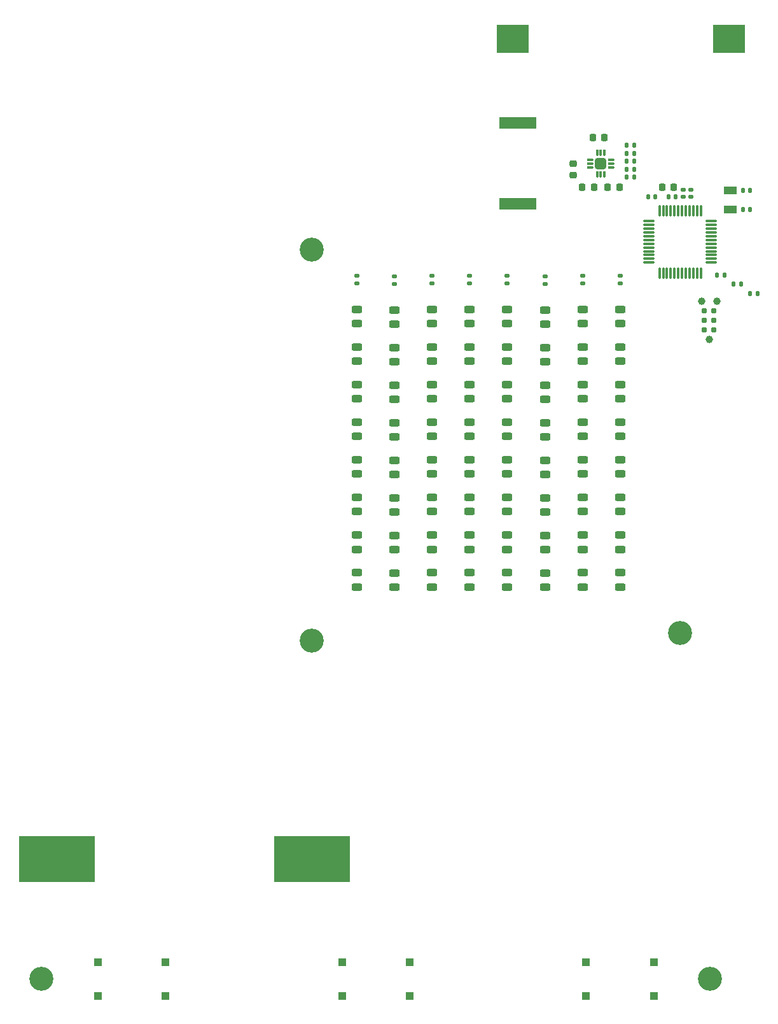
<source format=gbr>
%TF.GenerationSoftware,KiCad,Pcbnew,8.0.6*%
%TF.CreationDate,2024-10-30T01:37:24+00:00*%
%TF.ProjectId,Chirstmas-Card,43686972-7374-46d6-9173-2d436172642e,rev?*%
%TF.SameCoordinates,Original*%
%TF.FileFunction,Soldermask,Top*%
%TF.FilePolarity,Negative*%
%FSLAX46Y46*%
G04 Gerber Fmt 4.6, Leading zero omitted, Abs format (unit mm)*
G04 Created by KiCad (PCBNEW 8.0.6) date 2024-10-30 01:37:24*
%MOMM*%
%LPD*%
G01*
G04 APERTURE LIST*
G04 Aperture macros list*
%AMRoundRect*
0 Rectangle with rounded corners*
0 $1 Rounding radius*
0 $2 $3 $4 $5 $6 $7 $8 $9 X,Y pos of 4 corners*
0 Add a 4 corners polygon primitive as box body*
4,1,4,$2,$3,$4,$5,$6,$7,$8,$9,$2,$3,0*
0 Add four circle primitives for the rounded corners*
1,1,$1+$1,$2,$3*
1,1,$1+$1,$4,$5*
1,1,$1+$1,$6,$7*
1,1,$1+$1,$8,$9*
0 Add four rect primitives between the rounded corners*
20,1,$1+$1,$2,$3,$4,$5,0*
20,1,$1+$1,$4,$5,$6,$7,0*
20,1,$1+$1,$6,$7,$8,$9,0*
20,1,$1+$1,$8,$9,$2,$3,0*%
G04 Aperture macros list end*
%ADD10C,0.100000*%
%ADD11R,5.000000X1.500000*%
%ADD12C,3.200000*%
%ADD13RoundRect,0.135000X-0.135000X-0.185000X0.135000X-0.185000X0.135000X0.185000X-0.135000X0.185000X0*%
%ADD14RoundRect,0.135000X0.135000X0.185000X-0.135000X0.185000X-0.135000X-0.185000X0.135000X-0.185000X0*%
%ADD15R,1.800000X1.000000*%
%ADD16RoundRect,0.039000X0.381000X0.091000X-0.381000X0.091000X-0.381000X-0.091000X0.381000X-0.091000X0*%
%ADD17RoundRect,0.039000X0.091000X0.381000X-0.091000X0.381000X-0.091000X-0.381000X0.091000X-0.381000X0*%
%ADD18RoundRect,0.217500X0.507500X0.507500X-0.507500X0.507500X-0.507500X-0.507500X0.507500X-0.507500X0*%
%ADD19R,1.000000X1.000000*%
%ADD20RoundRect,0.135000X-0.185000X0.135000X-0.185000X-0.135000X0.185000X-0.135000X0.185000X0.135000X0*%
%ADD21RoundRect,0.225000X0.225000X0.250000X-0.225000X0.250000X-0.225000X-0.250000X0.225000X-0.250000X0*%
%ADD22RoundRect,0.140000X0.140000X0.170000X-0.140000X0.170000X-0.140000X-0.170000X0.140000X-0.170000X0*%
%ADD23RoundRect,0.140000X0.170000X-0.140000X0.170000X0.140000X-0.170000X0.140000X-0.170000X-0.140000X0*%
%ADD24RoundRect,0.140000X-0.140000X-0.170000X0.140000X-0.170000X0.140000X0.170000X-0.140000X0.170000X0*%
%ADD25RoundRect,0.225000X-0.250000X0.225000X-0.250000X-0.225000X0.250000X-0.225000X0.250000X0.225000X0*%
%ADD26R,4.200000X3.800000*%
%ADD27RoundRect,0.243750X-0.456250X0.243750X-0.456250X-0.243750X0.456250X-0.243750X0.456250X0.243750X0*%
%ADD28RoundRect,0.075000X-0.075000X0.662500X-0.075000X-0.662500X0.075000X-0.662500X0.075000X0.662500X0*%
%ADD29RoundRect,0.075000X-0.662500X0.075000X-0.662500X-0.075000X0.662500X-0.075000X0.662500X0.075000X0*%
%ADD30C,0.990600*%
%ADD31C,0.787400*%
%ADD32RoundRect,0.225000X-0.225000X-0.250000X0.225000X-0.250000X0.225000X0.250000X-0.225000X0.250000X0*%
G04 APERTURE END LIST*
D10*
X79000000Y-149000000D02*
X89000000Y-149000000D01*
X89000000Y-155000000D01*
X79000000Y-155000000D01*
X79000000Y-149000000D01*
G36*
X79000000Y-149000000D02*
G01*
X89000000Y-149000000D01*
X89000000Y-155000000D01*
X79000000Y-155000000D01*
X79000000Y-149000000D01*
G37*
X45000000Y-149000000D02*
X55000000Y-149000000D01*
X55000000Y-155000000D01*
X45000000Y-155000000D01*
X45000000Y-149000000D01*
G36*
X45000000Y-149000000D02*
G01*
X55000000Y-149000000D01*
X55000000Y-155000000D01*
X45000000Y-155000000D01*
X45000000Y-149000000D01*
G37*
D11*
%TO.C,LS1*%
X111375000Y-54175000D03*
X111375000Y-64975000D03*
%TD*%
D12*
%TO.C,REF\u002A\u002A*%
X84000000Y-71000000D03*
%TD*%
%TO.C,REF\u002A\u002A*%
X84000000Y-123000000D03*
%TD*%
%TO.C,REF\u002A\u002A*%
X133000000Y-122000000D03*
%TD*%
%TO.C,REF\u002A\u002A*%
X137000000Y-168000000D03*
%TD*%
%TO.C,REF\u002A\u002A*%
X48000000Y-168000000D03*
%TD*%
D13*
%TO.C,R16*%
X125887500Y-61425000D03*
X126907500Y-61425000D03*
%TD*%
D14*
%TO.C,R15*%
X126907500Y-60350000D03*
X125887500Y-60350000D03*
%TD*%
D15*
%TO.C,Y1*%
X139675000Y-65700000D03*
X139675000Y-63200000D03*
%TD*%
D16*
%TO.C,U1*%
X123880000Y-60075000D03*
X123880000Y-59575000D03*
X123880000Y-59075000D03*
D17*
X122950000Y-58145000D03*
X122450000Y-58145000D03*
X121950000Y-58145000D03*
D16*
X121020000Y-59075000D03*
X121020000Y-59575000D03*
X121020000Y-60075000D03*
D17*
X121950000Y-61005000D03*
X122450000Y-61005000D03*
X122950000Y-61005000D03*
D18*
X122450000Y-59575000D03*
%TD*%
D19*
%TO.C,SW3*%
X129500000Y-170250000D03*
X120500000Y-170250000D03*
X129500000Y-165750000D03*
X120500000Y-165750000D03*
%TD*%
%TO.C,SW2*%
X97000000Y-170250000D03*
X88000000Y-170250000D03*
X97000000Y-165750000D03*
X88000000Y-165750000D03*
%TD*%
%TO.C,SW1*%
X64500000Y-170250000D03*
X55500000Y-170250000D03*
X64500000Y-165750000D03*
X55500000Y-165750000D03*
%TD*%
D13*
%TO.C,R14*%
X125887500Y-57175000D03*
X126907500Y-57175000D03*
%TD*%
%TO.C,R13*%
X142330000Y-76850000D03*
X143350000Y-76850000D03*
%TD*%
%TO.C,R12*%
X140140000Y-75600000D03*
X141160000Y-75600000D03*
%TD*%
D14*
%TO.C,R11*%
X126907500Y-59300000D03*
X125887500Y-59300000D03*
%TD*%
D13*
%TO.C,R10*%
X125887500Y-58225000D03*
X126907500Y-58225000D03*
%TD*%
%TO.C,R9*%
X137890000Y-74400000D03*
X138910000Y-74400000D03*
%TD*%
D20*
%TO.C,R8*%
X125000000Y-74490000D03*
X125000000Y-75510000D03*
%TD*%
%TO.C,R7*%
X120000000Y-74490000D03*
X120000000Y-75510000D03*
%TD*%
%TO.C,R6*%
X115000000Y-74552499D03*
X115000000Y-75572499D03*
%TD*%
%TO.C,R5*%
X110000000Y-74490000D03*
X110000000Y-75510000D03*
%TD*%
%TO.C,R4*%
X105000000Y-74490000D03*
X105000000Y-75510000D03*
%TD*%
%TO.C,R3*%
X100000000Y-74490000D03*
X100000000Y-75510000D03*
%TD*%
%TO.C,R2*%
X95000000Y-74552499D03*
X95000000Y-75572499D03*
%TD*%
%TO.C,R1*%
X90000000Y-74490000D03*
X90000000Y-75510000D03*
%TD*%
D21*
%TO.C,C11*%
X132150000Y-62700000D03*
X130600000Y-62700000D03*
%TD*%
D22*
%TO.C,C10*%
X132430000Y-64025000D03*
X131470000Y-64025000D03*
%TD*%
D23*
%TO.C,C9*%
X134400000Y-64005000D03*
X134400000Y-63045000D03*
%TD*%
%TO.C,C8*%
X133400000Y-64005000D03*
X133400000Y-63045000D03*
%TD*%
D22*
%TO.C,C7*%
X129705000Y-64000000D03*
X128745000Y-64000000D03*
%TD*%
D24*
%TO.C,C6*%
X141345000Y-65700000D03*
X142305000Y-65700000D03*
%TD*%
%TO.C,C5*%
X141345000Y-63200000D03*
X142305000Y-63200000D03*
%TD*%
D25*
%TO.C,C4*%
X118797500Y-59575000D03*
X118797500Y-61125000D03*
%TD*%
D21*
%TO.C,C3*%
X122947500Y-56125000D03*
X121397500Y-56125000D03*
%TD*%
D26*
%TO.C,BT1*%
X139535000Y-43000000D03*
X110765000Y-43000000D03*
%TD*%
D21*
%TO.C,C1*%
X124922500Y-62700000D03*
X123372500Y-62700000D03*
%TD*%
D27*
%TO.C,D43*%
X110000000Y-104000000D03*
X110000000Y-105875002D03*
%TD*%
%TO.C,D48*%
X95000000Y-104062499D03*
X95000000Y-105937501D03*
%TD*%
%TO.C,D59*%
X110000000Y-114000000D03*
X110000000Y-115875002D03*
%TD*%
%TO.C,D44*%
X115000000Y-104062499D03*
X115000000Y-105937501D03*
%TD*%
%TO.C,D52*%
X115000000Y-109062499D03*
X115000000Y-110937501D03*
%TD*%
%TO.C,D3*%
X110000000Y-79000000D03*
X110000000Y-80875002D03*
%TD*%
%TO.C,D49*%
X100000000Y-109000000D03*
X100000000Y-110875002D03*
%TD*%
%TO.C,D23*%
X90000000Y-89000000D03*
X90000000Y-90875002D03*
%TD*%
D28*
%TO.C,U2*%
X135750000Y-65837500D03*
X135250000Y-65837500D03*
X134750000Y-65837500D03*
X134250000Y-65837500D03*
X133750000Y-65837500D03*
X133250000Y-65837500D03*
X132750000Y-65837500D03*
X132250000Y-65837500D03*
X131750000Y-65837500D03*
X131250000Y-65837500D03*
X130750000Y-65837500D03*
X130250000Y-65837500D03*
D29*
X128837500Y-67250000D03*
X128837500Y-67750000D03*
X128837500Y-68250000D03*
X128837500Y-68750000D03*
X128837500Y-69250000D03*
X128837500Y-69750000D03*
X128837500Y-70250000D03*
X128837500Y-70750000D03*
X128837500Y-71250000D03*
X128837500Y-71750000D03*
X128837500Y-72250000D03*
X128837500Y-72750000D03*
D28*
X130250000Y-74162500D03*
X130750000Y-74162500D03*
X131250000Y-74162500D03*
X131750000Y-74162500D03*
X132250000Y-74162500D03*
X132750000Y-74162500D03*
X133250000Y-74162500D03*
X133750000Y-74162500D03*
X134250000Y-74162500D03*
X134750000Y-74162500D03*
X135250000Y-74162500D03*
X135750000Y-74162500D03*
D29*
X137162500Y-72750000D03*
X137162500Y-72250000D03*
X137162500Y-71750000D03*
X137162500Y-71250000D03*
X137162500Y-70750000D03*
X137162500Y-70250000D03*
X137162500Y-69750000D03*
X137162500Y-69250000D03*
X137162500Y-68750000D03*
X137162500Y-68250000D03*
X137162500Y-67750000D03*
X137162500Y-67250000D03*
%TD*%
D27*
%TO.C,D5*%
X120000000Y-79000000D03*
X120000000Y-80875002D03*
%TD*%
%TO.C,D50*%
X105000000Y-109000000D03*
X105000000Y-110875002D03*
%TD*%
%TO.C,D61*%
X120000000Y-114000000D03*
X120000000Y-115875002D03*
%TD*%
%TO.C,D46*%
X125000000Y-104000000D03*
X125000000Y-105875002D03*
%TD*%
%TO.C,D56*%
X95000000Y-109062499D03*
X95000000Y-110937501D03*
%TD*%
%TO.C,D29*%
X120000000Y-94000000D03*
X120000000Y-95875002D03*
%TD*%
%TO.C,D38*%
X125000000Y-99000000D03*
X125000000Y-100875002D03*
%TD*%
%TO.C,D2*%
X105000000Y-79000000D03*
X105000000Y-80875002D03*
%TD*%
%TO.C,D55*%
X90000000Y-109000000D03*
X90000000Y-110875002D03*
%TD*%
%TO.C,D40*%
X95000000Y-99062499D03*
X95000000Y-100937501D03*
%TD*%
%TO.C,D41*%
X100000000Y-104000000D03*
X100000000Y-105875002D03*
%TD*%
%TO.C,D1*%
X100000000Y-79000000D03*
X100000000Y-80875002D03*
%TD*%
%TO.C,D11*%
X110000000Y-84000000D03*
X110000000Y-85875002D03*
%TD*%
%TO.C,D10*%
X105000000Y-84000000D03*
X105000000Y-85875002D03*
%TD*%
%TO.C,D42*%
X105000000Y-104000000D03*
X105000000Y-105875002D03*
%TD*%
%TO.C,D31*%
X90000000Y-94000000D03*
X90000000Y-95875002D03*
%TD*%
%TO.C,D20*%
X115000000Y-89062499D03*
X115000000Y-90937501D03*
%TD*%
%TO.C,D47*%
X90000000Y-104000000D03*
X90000000Y-105875002D03*
%TD*%
%TO.C,D39*%
X90000000Y-99000000D03*
X90000000Y-100875002D03*
%TD*%
%TO.C,D35*%
X110000000Y-99000000D03*
X110000000Y-100875002D03*
%TD*%
D30*
%TO.C,J1*%
X136850000Y-82990000D03*
X135834000Y-77910000D03*
X137866000Y-77910000D03*
D31*
X137485000Y-81720000D03*
X136215000Y-81720000D03*
X137485000Y-80450000D03*
X136215000Y-80450000D03*
X137485000Y-79180000D03*
X136215000Y-79180000D03*
%TD*%
D27*
%TO.C,D15*%
X90000000Y-84000000D03*
X90000000Y-85875002D03*
%TD*%
%TO.C,D25*%
X100000000Y-94000000D03*
X100000000Y-95875002D03*
%TD*%
%TO.C,D64*%
X95000000Y-114062499D03*
X95000000Y-115937501D03*
%TD*%
%TO.C,D60*%
X115000000Y-114062499D03*
X115000000Y-115937501D03*
%TD*%
%TO.C,D4*%
X115000000Y-79062499D03*
X115000000Y-80937501D03*
%TD*%
%TO.C,D36*%
X115000000Y-99062499D03*
X115000000Y-100937501D03*
%TD*%
%TO.C,D62*%
X125000000Y-114000000D03*
X125000000Y-115875002D03*
%TD*%
%TO.C,D14*%
X125000000Y-84000000D03*
X125000000Y-85875002D03*
%TD*%
%TO.C,D17*%
X100000000Y-89000000D03*
X100000000Y-90875002D03*
%TD*%
%TO.C,D57*%
X100000000Y-114000000D03*
X100000000Y-115875002D03*
%TD*%
%TO.C,D32*%
X95000000Y-94062499D03*
X95000000Y-95937501D03*
%TD*%
%TO.C,D28*%
X115000000Y-94062499D03*
X115000000Y-95937501D03*
%TD*%
%TO.C,D7*%
X90000000Y-79000000D03*
X90000000Y-80875002D03*
%TD*%
%TO.C,D37*%
X120000000Y-99000000D03*
X120000000Y-100875002D03*
%TD*%
%TO.C,D54*%
X125000000Y-109000000D03*
X125000000Y-110875002D03*
%TD*%
%TO.C,D58*%
X105000000Y-114000000D03*
X105000000Y-115875002D03*
%TD*%
%TO.C,D63*%
X90000000Y-114000000D03*
X90000000Y-115875002D03*
%TD*%
%TO.C,D6*%
X125000000Y-79000000D03*
X125000000Y-80875002D03*
%TD*%
%TO.C,D27*%
X110000000Y-94000000D03*
X110000000Y-95875002D03*
%TD*%
%TO.C,D18*%
X105000000Y-89000000D03*
X105000000Y-90875002D03*
%TD*%
%TO.C,D24*%
X95000000Y-89062499D03*
X95000000Y-90937501D03*
%TD*%
%TO.C,D12*%
X115000000Y-84062499D03*
X115000000Y-85937501D03*
%TD*%
%TO.C,D34*%
X105000000Y-99000000D03*
X105000000Y-100875002D03*
%TD*%
%TO.C,D8*%
X95000000Y-79062499D03*
X95000000Y-80937501D03*
%TD*%
%TO.C,D9*%
X100000000Y-84000000D03*
X100000000Y-85875002D03*
%TD*%
%TO.C,D33*%
X100000000Y-99000000D03*
X100000000Y-100875002D03*
%TD*%
%TO.C,D19*%
X110000000Y-89000000D03*
X110000000Y-90875002D03*
%TD*%
D32*
%TO.C,C2*%
X119972500Y-62700000D03*
X121522500Y-62700000D03*
%TD*%
D27*
%TO.C,D30*%
X125000000Y-94000000D03*
X125000000Y-95875002D03*
%TD*%
%TO.C,D45*%
X120000000Y-104000000D03*
X120000000Y-105875002D03*
%TD*%
%TO.C,D53*%
X120000000Y-109000000D03*
X120000000Y-110875002D03*
%TD*%
%TO.C,D26*%
X105000000Y-94000000D03*
X105000000Y-95875002D03*
%TD*%
%TO.C,D16*%
X95000000Y-84062499D03*
X95000000Y-85937501D03*
%TD*%
%TO.C,D51*%
X110000000Y-109000000D03*
X110000000Y-110875002D03*
%TD*%
%TO.C,D22*%
X125000000Y-89000000D03*
X125000000Y-90875002D03*
%TD*%
%TO.C,D21*%
X120000000Y-89000000D03*
X120000000Y-90875002D03*
%TD*%
%TO.C,D13*%
X120000000Y-84000000D03*
X120000000Y-85875002D03*
%TD*%
M02*

</source>
